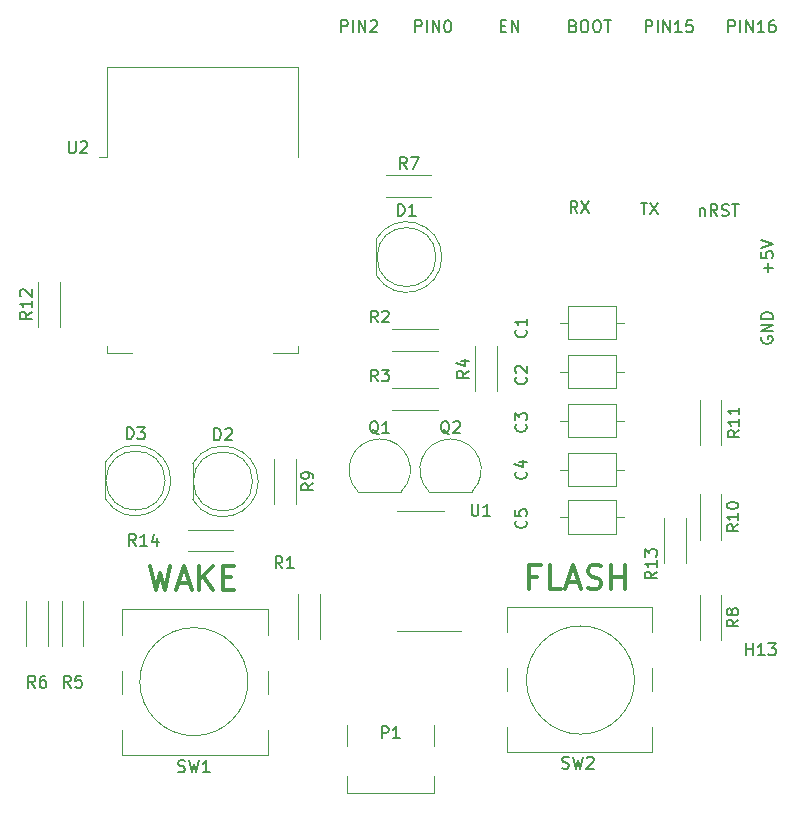
<source format=gbr>
%TF.GenerationSoftware,KiCad,Pcbnew,7.0.9*%
%TF.CreationDate,2024-01-07T11:38:48+01:00*%
%TF.ProjectId,esp32_programmer,65737033-325f-4707-926f-6772616d6d65,rev?*%
%TF.SameCoordinates,Original*%
%TF.FileFunction,Legend,Top*%
%TF.FilePolarity,Positive*%
%FSLAX46Y46*%
G04 Gerber Fmt 4.6, Leading zero omitted, Abs format (unit mm)*
G04 Created by KiCad (PCBNEW 7.0.9) date 2024-01-07 11:38:48*
%MOMM*%
%LPD*%
G01*
G04 APERTURE LIST*
%ADD10C,0.300000*%
%ADD11C,0.150000*%
%ADD12C,0.120000*%
G04 APERTURE END LIST*
D10*
X101547355Y-129157897D02*
X102023545Y-131157897D01*
X102023545Y-131157897D02*
X102404498Y-129729325D01*
X102404498Y-129729325D02*
X102785450Y-131157897D01*
X102785450Y-131157897D02*
X103261641Y-129157897D01*
X103928307Y-130586468D02*
X104880688Y-130586468D01*
X103737831Y-131157897D02*
X104404497Y-129157897D01*
X104404497Y-129157897D02*
X105071164Y-131157897D01*
X105737831Y-131157897D02*
X105737831Y-129157897D01*
X106880688Y-131157897D02*
X106023545Y-130015039D01*
X106880688Y-129157897D02*
X105737831Y-130300754D01*
X107737831Y-130110278D02*
X108404498Y-130110278D01*
X108690212Y-131157897D02*
X107737831Y-131157897D01*
X107737831Y-131157897D02*
X107737831Y-129157897D01*
X107737831Y-129157897D02*
X108690212Y-129157897D01*
X134340225Y-130055519D02*
X133673558Y-130055519D01*
X133673558Y-131103138D02*
X133673558Y-129103138D01*
X133673558Y-129103138D02*
X134625939Y-129103138D01*
X136340225Y-131103138D02*
X135387844Y-131103138D01*
X135387844Y-131103138D02*
X135387844Y-129103138D01*
X136911654Y-130531709D02*
X137864035Y-130531709D01*
X136721178Y-131103138D02*
X137387844Y-129103138D01*
X137387844Y-129103138D02*
X138054511Y-131103138D01*
X138625940Y-131007900D02*
X138911654Y-131103138D01*
X138911654Y-131103138D02*
X139387845Y-131103138D01*
X139387845Y-131103138D02*
X139578321Y-131007900D01*
X139578321Y-131007900D02*
X139673559Y-130912661D01*
X139673559Y-130912661D02*
X139768797Y-130722185D01*
X139768797Y-130722185D02*
X139768797Y-130531709D01*
X139768797Y-130531709D02*
X139673559Y-130341233D01*
X139673559Y-130341233D02*
X139578321Y-130245995D01*
X139578321Y-130245995D02*
X139387845Y-130150757D01*
X139387845Y-130150757D02*
X139006892Y-130055519D01*
X139006892Y-130055519D02*
X138816416Y-129960280D01*
X138816416Y-129960280D02*
X138721178Y-129865042D01*
X138721178Y-129865042D02*
X138625940Y-129674566D01*
X138625940Y-129674566D02*
X138625940Y-129484090D01*
X138625940Y-129484090D02*
X138721178Y-129293614D01*
X138721178Y-129293614D02*
X138816416Y-129198376D01*
X138816416Y-129198376D02*
X139006892Y-129103138D01*
X139006892Y-129103138D02*
X139483083Y-129103138D01*
X139483083Y-129103138D02*
X139768797Y-129198376D01*
X140625940Y-131103138D02*
X140625940Y-129103138D01*
X140625940Y-130055519D02*
X141768797Y-130055519D01*
X141768797Y-131103138D02*
X141768797Y-129103138D01*
D11*
X151374819Y-133706666D02*
X150898628Y-134039999D01*
X151374819Y-134278094D02*
X150374819Y-134278094D01*
X150374819Y-134278094D02*
X150374819Y-133897142D01*
X150374819Y-133897142D02*
X150422438Y-133801904D01*
X150422438Y-133801904D02*
X150470057Y-133754285D01*
X150470057Y-133754285D02*
X150565295Y-133706666D01*
X150565295Y-133706666D02*
X150708152Y-133706666D01*
X150708152Y-133706666D02*
X150803390Y-133754285D01*
X150803390Y-133754285D02*
X150851009Y-133801904D01*
X150851009Y-133801904D02*
X150898628Y-133897142D01*
X150898628Y-133897142D02*
X150898628Y-134278094D01*
X150803390Y-133135237D02*
X150755771Y-133230475D01*
X150755771Y-133230475D02*
X150708152Y-133278094D01*
X150708152Y-133278094D02*
X150612914Y-133325713D01*
X150612914Y-133325713D02*
X150565295Y-133325713D01*
X150565295Y-133325713D02*
X150470057Y-133278094D01*
X150470057Y-133278094D02*
X150422438Y-133230475D01*
X150422438Y-133230475D02*
X150374819Y-133135237D01*
X150374819Y-133135237D02*
X150374819Y-132944761D01*
X150374819Y-132944761D02*
X150422438Y-132849523D01*
X150422438Y-132849523D02*
X150470057Y-132801904D01*
X150470057Y-132801904D02*
X150565295Y-132754285D01*
X150565295Y-132754285D02*
X150612914Y-132754285D01*
X150612914Y-132754285D02*
X150708152Y-132801904D01*
X150708152Y-132801904D02*
X150755771Y-132849523D01*
X150755771Y-132849523D02*
X150803390Y-132944761D01*
X150803390Y-132944761D02*
X150803390Y-133135237D01*
X150803390Y-133135237D02*
X150851009Y-133230475D01*
X150851009Y-133230475D02*
X150898628Y-133278094D01*
X150898628Y-133278094D02*
X150993866Y-133325713D01*
X150993866Y-133325713D02*
X151184342Y-133325713D01*
X151184342Y-133325713D02*
X151279580Y-133278094D01*
X151279580Y-133278094D02*
X151327200Y-133230475D01*
X151327200Y-133230475D02*
X151374819Y-133135237D01*
X151374819Y-133135237D02*
X151374819Y-132944761D01*
X151374819Y-132944761D02*
X151327200Y-132849523D01*
X151327200Y-132849523D02*
X151279580Y-132801904D01*
X151279580Y-132801904D02*
X151184342Y-132754285D01*
X151184342Y-132754285D02*
X150993866Y-132754285D01*
X150993866Y-132754285D02*
X150898628Y-132801904D01*
X150898628Y-132801904D02*
X150851009Y-132849523D01*
X150851009Y-132849523D02*
X150803390Y-132944761D01*
X133359580Y-117166666D02*
X133407200Y-117214285D01*
X133407200Y-117214285D02*
X133454819Y-117357142D01*
X133454819Y-117357142D02*
X133454819Y-117452380D01*
X133454819Y-117452380D02*
X133407200Y-117595237D01*
X133407200Y-117595237D02*
X133311961Y-117690475D01*
X133311961Y-117690475D02*
X133216723Y-117738094D01*
X133216723Y-117738094D02*
X133026247Y-117785713D01*
X133026247Y-117785713D02*
X132883390Y-117785713D01*
X132883390Y-117785713D02*
X132692914Y-117738094D01*
X132692914Y-117738094D02*
X132597676Y-117690475D01*
X132597676Y-117690475D02*
X132502438Y-117595237D01*
X132502438Y-117595237D02*
X132454819Y-117452380D01*
X132454819Y-117452380D02*
X132454819Y-117357142D01*
X132454819Y-117357142D02*
X132502438Y-117214285D01*
X132502438Y-117214285D02*
X132550057Y-117166666D01*
X132454819Y-116833332D02*
X132454819Y-116214285D01*
X132454819Y-116214285D02*
X132835771Y-116547618D01*
X132835771Y-116547618D02*
X132835771Y-116404761D01*
X132835771Y-116404761D02*
X132883390Y-116309523D01*
X132883390Y-116309523D02*
X132931009Y-116261904D01*
X132931009Y-116261904D02*
X133026247Y-116214285D01*
X133026247Y-116214285D02*
X133264342Y-116214285D01*
X133264342Y-116214285D02*
X133359580Y-116261904D01*
X133359580Y-116261904D02*
X133407200Y-116309523D01*
X133407200Y-116309523D02*
X133454819Y-116404761D01*
X133454819Y-116404761D02*
X133454819Y-116690475D01*
X133454819Y-116690475D02*
X133407200Y-116785713D01*
X133407200Y-116785713D02*
X133359580Y-116833332D01*
X124000000Y-83954819D02*
X124000000Y-82954819D01*
X124000000Y-82954819D02*
X124380952Y-82954819D01*
X124380952Y-82954819D02*
X124476190Y-83002438D01*
X124476190Y-83002438D02*
X124523809Y-83050057D01*
X124523809Y-83050057D02*
X124571428Y-83145295D01*
X124571428Y-83145295D02*
X124571428Y-83288152D01*
X124571428Y-83288152D02*
X124523809Y-83383390D01*
X124523809Y-83383390D02*
X124476190Y-83431009D01*
X124476190Y-83431009D02*
X124380952Y-83478628D01*
X124380952Y-83478628D02*
X124000000Y-83478628D01*
X125000000Y-83954819D02*
X125000000Y-82954819D01*
X125476190Y-83954819D02*
X125476190Y-82954819D01*
X125476190Y-82954819D02*
X126047618Y-83954819D01*
X126047618Y-83954819D02*
X126047618Y-82954819D01*
X126714285Y-82954819D02*
X126809523Y-82954819D01*
X126809523Y-82954819D02*
X126904761Y-83002438D01*
X126904761Y-83002438D02*
X126952380Y-83050057D01*
X126952380Y-83050057D02*
X126999999Y-83145295D01*
X126999999Y-83145295D02*
X127047618Y-83335771D01*
X127047618Y-83335771D02*
X127047618Y-83573866D01*
X127047618Y-83573866D02*
X126999999Y-83764342D01*
X126999999Y-83764342D02*
X126952380Y-83859580D01*
X126952380Y-83859580D02*
X126904761Y-83907200D01*
X126904761Y-83907200D02*
X126809523Y-83954819D01*
X126809523Y-83954819D02*
X126714285Y-83954819D01*
X126714285Y-83954819D02*
X126619047Y-83907200D01*
X126619047Y-83907200D02*
X126571428Y-83859580D01*
X126571428Y-83859580D02*
X126523809Y-83764342D01*
X126523809Y-83764342D02*
X126476190Y-83573866D01*
X126476190Y-83573866D02*
X126476190Y-83335771D01*
X126476190Y-83335771D02*
X126523809Y-83145295D01*
X126523809Y-83145295D02*
X126571428Y-83050057D01*
X126571428Y-83050057D02*
X126619047Y-83002438D01*
X126619047Y-83002438D02*
X126714285Y-82954819D01*
X123293333Y-95534819D02*
X122960000Y-95058628D01*
X122721905Y-95534819D02*
X122721905Y-94534819D01*
X122721905Y-94534819D02*
X123102857Y-94534819D01*
X123102857Y-94534819D02*
X123198095Y-94582438D01*
X123198095Y-94582438D02*
X123245714Y-94630057D01*
X123245714Y-94630057D02*
X123293333Y-94725295D01*
X123293333Y-94725295D02*
X123293333Y-94868152D01*
X123293333Y-94868152D02*
X123245714Y-94963390D01*
X123245714Y-94963390D02*
X123198095Y-95011009D01*
X123198095Y-95011009D02*
X123102857Y-95058628D01*
X123102857Y-95058628D02*
X122721905Y-95058628D01*
X123626667Y-94534819D02*
X124293333Y-94534819D01*
X124293333Y-94534819D02*
X123864762Y-95534819D01*
X120833333Y-113534819D02*
X120500000Y-113058628D01*
X120261905Y-113534819D02*
X120261905Y-112534819D01*
X120261905Y-112534819D02*
X120642857Y-112534819D01*
X120642857Y-112534819D02*
X120738095Y-112582438D01*
X120738095Y-112582438D02*
X120785714Y-112630057D01*
X120785714Y-112630057D02*
X120833333Y-112725295D01*
X120833333Y-112725295D02*
X120833333Y-112868152D01*
X120833333Y-112868152D02*
X120785714Y-112963390D01*
X120785714Y-112963390D02*
X120738095Y-113011009D01*
X120738095Y-113011009D02*
X120642857Y-113058628D01*
X120642857Y-113058628D02*
X120261905Y-113058628D01*
X121166667Y-112534819D02*
X121785714Y-112534819D01*
X121785714Y-112534819D02*
X121452381Y-112915771D01*
X121452381Y-112915771D02*
X121595238Y-112915771D01*
X121595238Y-112915771D02*
X121690476Y-112963390D01*
X121690476Y-112963390D02*
X121738095Y-113011009D01*
X121738095Y-113011009D02*
X121785714Y-113106247D01*
X121785714Y-113106247D02*
X121785714Y-113344342D01*
X121785714Y-113344342D02*
X121738095Y-113439580D01*
X121738095Y-113439580D02*
X121690476Y-113487200D01*
X121690476Y-113487200D02*
X121595238Y-113534819D01*
X121595238Y-113534819D02*
X121309524Y-113534819D01*
X121309524Y-113534819D02*
X121214286Y-113487200D01*
X121214286Y-113487200D02*
X121166667Y-113439580D01*
X128778095Y-123914819D02*
X128778095Y-124724342D01*
X128778095Y-124724342D02*
X128825714Y-124819580D01*
X128825714Y-124819580D02*
X128873333Y-124867200D01*
X128873333Y-124867200D02*
X128968571Y-124914819D01*
X128968571Y-124914819D02*
X129159047Y-124914819D01*
X129159047Y-124914819D02*
X129254285Y-124867200D01*
X129254285Y-124867200D02*
X129301904Y-124819580D01*
X129301904Y-124819580D02*
X129349523Y-124724342D01*
X129349523Y-124724342D02*
X129349523Y-123914819D01*
X130349523Y-124914819D02*
X129778095Y-124914819D01*
X130063809Y-124914819D02*
X130063809Y-123914819D01*
X130063809Y-123914819D02*
X129968571Y-124057676D01*
X129968571Y-124057676D02*
X129873333Y-124152914D01*
X129873333Y-124152914D02*
X129778095Y-124200533D01*
X133359580Y-125316666D02*
X133407200Y-125364285D01*
X133407200Y-125364285D02*
X133454819Y-125507142D01*
X133454819Y-125507142D02*
X133454819Y-125602380D01*
X133454819Y-125602380D02*
X133407200Y-125745237D01*
X133407200Y-125745237D02*
X133311961Y-125840475D01*
X133311961Y-125840475D02*
X133216723Y-125888094D01*
X133216723Y-125888094D02*
X133026247Y-125935713D01*
X133026247Y-125935713D02*
X132883390Y-125935713D01*
X132883390Y-125935713D02*
X132692914Y-125888094D01*
X132692914Y-125888094D02*
X132597676Y-125840475D01*
X132597676Y-125840475D02*
X132502438Y-125745237D01*
X132502438Y-125745237D02*
X132454819Y-125602380D01*
X132454819Y-125602380D02*
X132454819Y-125507142D01*
X132454819Y-125507142D02*
X132502438Y-125364285D01*
X132502438Y-125364285D02*
X132550057Y-125316666D01*
X132454819Y-124411904D02*
X132454819Y-124888094D01*
X132454819Y-124888094D02*
X132931009Y-124935713D01*
X132931009Y-124935713D02*
X132883390Y-124888094D01*
X132883390Y-124888094D02*
X132835771Y-124792856D01*
X132835771Y-124792856D02*
X132835771Y-124554761D01*
X132835771Y-124554761D02*
X132883390Y-124459523D01*
X132883390Y-124459523D02*
X132931009Y-124411904D01*
X132931009Y-124411904D02*
X133026247Y-124364285D01*
X133026247Y-124364285D02*
X133264342Y-124364285D01*
X133264342Y-124364285D02*
X133359580Y-124411904D01*
X133359580Y-124411904D02*
X133407200Y-124459523D01*
X133407200Y-124459523D02*
X133454819Y-124554761D01*
X133454819Y-124554761D02*
X133454819Y-124792856D01*
X133454819Y-124792856D02*
X133407200Y-124888094D01*
X133407200Y-124888094D02*
X133359580Y-124935713D01*
X112762789Y-129350783D02*
X112429456Y-128874592D01*
X112191361Y-129350783D02*
X112191361Y-128350783D01*
X112191361Y-128350783D02*
X112572313Y-128350783D01*
X112572313Y-128350783D02*
X112667551Y-128398402D01*
X112667551Y-128398402D02*
X112715170Y-128446021D01*
X112715170Y-128446021D02*
X112762789Y-128541259D01*
X112762789Y-128541259D02*
X112762789Y-128684116D01*
X112762789Y-128684116D02*
X112715170Y-128779354D01*
X112715170Y-128779354D02*
X112667551Y-128826973D01*
X112667551Y-128826973D02*
X112572313Y-128874592D01*
X112572313Y-128874592D02*
X112191361Y-128874592D01*
X113715170Y-129350783D02*
X113143742Y-129350783D01*
X113429456Y-129350783D02*
X113429456Y-128350783D01*
X113429456Y-128350783D02*
X113334218Y-128493640D01*
X113334218Y-128493640D02*
X113238980Y-128588878D01*
X113238980Y-128588878D02*
X113143742Y-128636497D01*
X117750000Y-83954819D02*
X117750000Y-82954819D01*
X117750000Y-82954819D02*
X118130952Y-82954819D01*
X118130952Y-82954819D02*
X118226190Y-83002438D01*
X118226190Y-83002438D02*
X118273809Y-83050057D01*
X118273809Y-83050057D02*
X118321428Y-83145295D01*
X118321428Y-83145295D02*
X118321428Y-83288152D01*
X118321428Y-83288152D02*
X118273809Y-83383390D01*
X118273809Y-83383390D02*
X118226190Y-83431009D01*
X118226190Y-83431009D02*
X118130952Y-83478628D01*
X118130952Y-83478628D02*
X117750000Y-83478628D01*
X118750000Y-83954819D02*
X118750000Y-82954819D01*
X119226190Y-83954819D02*
X119226190Y-82954819D01*
X119226190Y-82954819D02*
X119797618Y-83954819D01*
X119797618Y-83954819D02*
X119797618Y-82954819D01*
X120226190Y-83050057D02*
X120273809Y-83002438D01*
X120273809Y-83002438D02*
X120369047Y-82954819D01*
X120369047Y-82954819D02*
X120607142Y-82954819D01*
X120607142Y-82954819D02*
X120702380Y-83002438D01*
X120702380Y-83002438D02*
X120749999Y-83050057D01*
X120749999Y-83050057D02*
X120797618Y-83145295D01*
X120797618Y-83145295D02*
X120797618Y-83240533D01*
X120797618Y-83240533D02*
X120749999Y-83383390D01*
X120749999Y-83383390D02*
X120178571Y-83954819D01*
X120178571Y-83954819D02*
X120797618Y-83954819D01*
X136447465Y-146255918D02*
X136590322Y-146303537D01*
X136590322Y-146303537D02*
X136828417Y-146303537D01*
X136828417Y-146303537D02*
X136923655Y-146255918D01*
X136923655Y-146255918D02*
X136971274Y-146208298D01*
X136971274Y-146208298D02*
X137018893Y-146113060D01*
X137018893Y-146113060D02*
X137018893Y-146017822D01*
X137018893Y-146017822D02*
X136971274Y-145922584D01*
X136971274Y-145922584D02*
X136923655Y-145874965D01*
X136923655Y-145874965D02*
X136828417Y-145827346D01*
X136828417Y-145827346D02*
X136637941Y-145779727D01*
X136637941Y-145779727D02*
X136542703Y-145732108D01*
X136542703Y-145732108D02*
X136495084Y-145684489D01*
X136495084Y-145684489D02*
X136447465Y-145589251D01*
X136447465Y-145589251D02*
X136447465Y-145494013D01*
X136447465Y-145494013D02*
X136495084Y-145398775D01*
X136495084Y-145398775D02*
X136542703Y-145351156D01*
X136542703Y-145351156D02*
X136637941Y-145303537D01*
X136637941Y-145303537D02*
X136876036Y-145303537D01*
X136876036Y-145303537D02*
X137018893Y-145351156D01*
X137352227Y-145303537D02*
X137590322Y-146303537D01*
X137590322Y-146303537D02*
X137780798Y-145589251D01*
X137780798Y-145589251D02*
X137971274Y-146303537D01*
X137971274Y-146303537D02*
X138209370Y-145303537D01*
X138542703Y-145398775D02*
X138590322Y-145351156D01*
X138590322Y-145351156D02*
X138685560Y-145303537D01*
X138685560Y-145303537D02*
X138923655Y-145303537D01*
X138923655Y-145303537D02*
X139018893Y-145351156D01*
X139018893Y-145351156D02*
X139066512Y-145398775D01*
X139066512Y-145398775D02*
X139114131Y-145494013D01*
X139114131Y-145494013D02*
X139114131Y-145589251D01*
X139114131Y-145589251D02*
X139066512Y-145732108D01*
X139066512Y-145732108D02*
X138495084Y-146303537D01*
X138495084Y-146303537D02*
X139114131Y-146303537D01*
X91833333Y-139454819D02*
X91500000Y-138978628D01*
X91261905Y-139454819D02*
X91261905Y-138454819D01*
X91261905Y-138454819D02*
X91642857Y-138454819D01*
X91642857Y-138454819D02*
X91738095Y-138502438D01*
X91738095Y-138502438D02*
X91785714Y-138550057D01*
X91785714Y-138550057D02*
X91833333Y-138645295D01*
X91833333Y-138645295D02*
X91833333Y-138788152D01*
X91833333Y-138788152D02*
X91785714Y-138883390D01*
X91785714Y-138883390D02*
X91738095Y-138931009D01*
X91738095Y-138931009D02*
X91642857Y-138978628D01*
X91642857Y-138978628D02*
X91261905Y-138978628D01*
X92690476Y-138454819D02*
X92500000Y-138454819D01*
X92500000Y-138454819D02*
X92404762Y-138502438D01*
X92404762Y-138502438D02*
X92357143Y-138550057D01*
X92357143Y-138550057D02*
X92261905Y-138692914D01*
X92261905Y-138692914D02*
X92214286Y-138883390D01*
X92214286Y-138883390D02*
X92214286Y-139264342D01*
X92214286Y-139264342D02*
X92261905Y-139359580D01*
X92261905Y-139359580D02*
X92309524Y-139407200D01*
X92309524Y-139407200D02*
X92404762Y-139454819D01*
X92404762Y-139454819D02*
X92595238Y-139454819D01*
X92595238Y-139454819D02*
X92690476Y-139407200D01*
X92690476Y-139407200D02*
X92738095Y-139359580D01*
X92738095Y-139359580D02*
X92785714Y-139264342D01*
X92785714Y-139264342D02*
X92785714Y-139026247D01*
X92785714Y-139026247D02*
X92738095Y-138931009D01*
X92738095Y-138931009D02*
X92690476Y-138883390D01*
X92690476Y-138883390D02*
X92595238Y-138835771D01*
X92595238Y-138835771D02*
X92404762Y-138835771D01*
X92404762Y-138835771D02*
X92309524Y-138883390D01*
X92309524Y-138883390D02*
X92261905Y-138931009D01*
X92261905Y-138931009D02*
X92214286Y-139026247D01*
X106991905Y-118494819D02*
X106991905Y-117494819D01*
X106991905Y-117494819D02*
X107230000Y-117494819D01*
X107230000Y-117494819D02*
X107372857Y-117542438D01*
X107372857Y-117542438D02*
X107468095Y-117637676D01*
X107468095Y-117637676D02*
X107515714Y-117732914D01*
X107515714Y-117732914D02*
X107563333Y-117923390D01*
X107563333Y-117923390D02*
X107563333Y-118066247D01*
X107563333Y-118066247D02*
X107515714Y-118256723D01*
X107515714Y-118256723D02*
X107468095Y-118351961D01*
X107468095Y-118351961D02*
X107372857Y-118447200D01*
X107372857Y-118447200D02*
X107230000Y-118494819D01*
X107230000Y-118494819D02*
X106991905Y-118494819D01*
X107944286Y-117590057D02*
X107991905Y-117542438D01*
X107991905Y-117542438D02*
X108087143Y-117494819D01*
X108087143Y-117494819D02*
X108325238Y-117494819D01*
X108325238Y-117494819D02*
X108420476Y-117542438D01*
X108420476Y-117542438D02*
X108468095Y-117590057D01*
X108468095Y-117590057D02*
X108515714Y-117685295D01*
X108515714Y-117685295D02*
X108515714Y-117780533D01*
X108515714Y-117780533D02*
X108468095Y-117923390D01*
X108468095Y-117923390D02*
X107896667Y-118494819D01*
X107896667Y-118494819D02*
X108515714Y-118494819D01*
X99591905Y-118414819D02*
X99591905Y-117414819D01*
X99591905Y-117414819D02*
X99830000Y-117414819D01*
X99830000Y-117414819D02*
X99972857Y-117462438D01*
X99972857Y-117462438D02*
X100068095Y-117557676D01*
X100068095Y-117557676D02*
X100115714Y-117652914D01*
X100115714Y-117652914D02*
X100163333Y-117843390D01*
X100163333Y-117843390D02*
X100163333Y-117986247D01*
X100163333Y-117986247D02*
X100115714Y-118176723D01*
X100115714Y-118176723D02*
X100068095Y-118271961D01*
X100068095Y-118271961D02*
X99972857Y-118367200D01*
X99972857Y-118367200D02*
X99830000Y-118414819D01*
X99830000Y-118414819D02*
X99591905Y-118414819D01*
X100496667Y-117414819D02*
X101115714Y-117414819D01*
X101115714Y-117414819D02*
X100782381Y-117795771D01*
X100782381Y-117795771D02*
X100925238Y-117795771D01*
X100925238Y-117795771D02*
X101020476Y-117843390D01*
X101020476Y-117843390D02*
X101068095Y-117891009D01*
X101068095Y-117891009D02*
X101115714Y-117986247D01*
X101115714Y-117986247D02*
X101115714Y-118224342D01*
X101115714Y-118224342D02*
X101068095Y-118319580D01*
X101068095Y-118319580D02*
X101020476Y-118367200D01*
X101020476Y-118367200D02*
X100925238Y-118414819D01*
X100925238Y-118414819D02*
X100639524Y-118414819D01*
X100639524Y-118414819D02*
X100544286Y-118367200D01*
X100544286Y-118367200D02*
X100496667Y-118319580D01*
X151374819Y-125642857D02*
X150898628Y-125976190D01*
X151374819Y-126214285D02*
X150374819Y-126214285D01*
X150374819Y-126214285D02*
X150374819Y-125833333D01*
X150374819Y-125833333D02*
X150422438Y-125738095D01*
X150422438Y-125738095D02*
X150470057Y-125690476D01*
X150470057Y-125690476D02*
X150565295Y-125642857D01*
X150565295Y-125642857D02*
X150708152Y-125642857D01*
X150708152Y-125642857D02*
X150803390Y-125690476D01*
X150803390Y-125690476D02*
X150851009Y-125738095D01*
X150851009Y-125738095D02*
X150898628Y-125833333D01*
X150898628Y-125833333D02*
X150898628Y-126214285D01*
X151374819Y-124690476D02*
X151374819Y-125261904D01*
X151374819Y-124976190D02*
X150374819Y-124976190D01*
X150374819Y-124976190D02*
X150517676Y-125071428D01*
X150517676Y-125071428D02*
X150612914Y-125166666D01*
X150612914Y-125166666D02*
X150660533Y-125261904D01*
X150374819Y-124071428D02*
X150374819Y-123976190D01*
X150374819Y-123976190D02*
X150422438Y-123880952D01*
X150422438Y-123880952D02*
X150470057Y-123833333D01*
X150470057Y-123833333D02*
X150565295Y-123785714D01*
X150565295Y-123785714D02*
X150755771Y-123738095D01*
X150755771Y-123738095D02*
X150993866Y-123738095D01*
X150993866Y-123738095D02*
X151184342Y-123785714D01*
X151184342Y-123785714D02*
X151279580Y-123833333D01*
X151279580Y-123833333D02*
X151327200Y-123880952D01*
X151327200Y-123880952D02*
X151374819Y-123976190D01*
X151374819Y-123976190D02*
X151374819Y-124071428D01*
X151374819Y-124071428D02*
X151327200Y-124166666D01*
X151327200Y-124166666D02*
X151279580Y-124214285D01*
X151279580Y-124214285D02*
X151184342Y-124261904D01*
X151184342Y-124261904D02*
X150993866Y-124309523D01*
X150993866Y-124309523D02*
X150755771Y-124309523D01*
X150755771Y-124309523D02*
X150565295Y-124261904D01*
X150565295Y-124261904D02*
X150470057Y-124214285D01*
X150470057Y-124214285D02*
X150422438Y-124166666D01*
X150422438Y-124166666D02*
X150374819Y-124071428D01*
X122531905Y-99494819D02*
X122531905Y-98494819D01*
X122531905Y-98494819D02*
X122770000Y-98494819D01*
X122770000Y-98494819D02*
X122912857Y-98542438D01*
X122912857Y-98542438D02*
X123008095Y-98637676D01*
X123008095Y-98637676D02*
X123055714Y-98732914D01*
X123055714Y-98732914D02*
X123103333Y-98923390D01*
X123103333Y-98923390D02*
X123103333Y-99066247D01*
X123103333Y-99066247D02*
X123055714Y-99256723D01*
X123055714Y-99256723D02*
X123008095Y-99351961D01*
X123008095Y-99351961D02*
X122912857Y-99447200D01*
X122912857Y-99447200D02*
X122770000Y-99494819D01*
X122770000Y-99494819D02*
X122531905Y-99494819D01*
X124055714Y-99494819D02*
X123484286Y-99494819D01*
X123770000Y-99494819D02*
X123770000Y-98494819D01*
X123770000Y-98494819D02*
X123674762Y-98637676D01*
X123674762Y-98637676D02*
X123579524Y-98732914D01*
X123579524Y-98732914D02*
X123484286Y-98780533D01*
X150523810Y-83954819D02*
X150523810Y-82954819D01*
X150523810Y-82954819D02*
X150904762Y-82954819D01*
X150904762Y-82954819D02*
X151000000Y-83002438D01*
X151000000Y-83002438D02*
X151047619Y-83050057D01*
X151047619Y-83050057D02*
X151095238Y-83145295D01*
X151095238Y-83145295D02*
X151095238Y-83288152D01*
X151095238Y-83288152D02*
X151047619Y-83383390D01*
X151047619Y-83383390D02*
X151000000Y-83431009D01*
X151000000Y-83431009D02*
X150904762Y-83478628D01*
X150904762Y-83478628D02*
X150523810Y-83478628D01*
X151523810Y-83954819D02*
X151523810Y-82954819D01*
X152000000Y-83954819D02*
X152000000Y-82954819D01*
X152000000Y-82954819D02*
X152571428Y-83954819D01*
X152571428Y-83954819D02*
X152571428Y-82954819D01*
X153571428Y-83954819D02*
X153000000Y-83954819D01*
X153285714Y-83954819D02*
X153285714Y-82954819D01*
X153285714Y-82954819D02*
X153190476Y-83097676D01*
X153190476Y-83097676D02*
X153095238Y-83192914D01*
X153095238Y-83192914D02*
X153000000Y-83240533D01*
X154428571Y-82954819D02*
X154238095Y-82954819D01*
X154238095Y-82954819D02*
X154142857Y-83002438D01*
X154142857Y-83002438D02*
X154095238Y-83050057D01*
X154095238Y-83050057D02*
X154000000Y-83192914D01*
X154000000Y-83192914D02*
X153952381Y-83383390D01*
X153952381Y-83383390D02*
X153952381Y-83764342D01*
X153952381Y-83764342D02*
X154000000Y-83859580D01*
X154000000Y-83859580D02*
X154047619Y-83907200D01*
X154047619Y-83907200D02*
X154142857Y-83954819D01*
X154142857Y-83954819D02*
X154333333Y-83954819D01*
X154333333Y-83954819D02*
X154428571Y-83907200D01*
X154428571Y-83907200D02*
X154476190Y-83859580D01*
X154476190Y-83859580D02*
X154523809Y-83764342D01*
X154523809Y-83764342D02*
X154523809Y-83526247D01*
X154523809Y-83526247D02*
X154476190Y-83431009D01*
X154476190Y-83431009D02*
X154428571Y-83383390D01*
X154428571Y-83383390D02*
X154333333Y-83335771D01*
X154333333Y-83335771D02*
X154142857Y-83335771D01*
X154142857Y-83335771D02*
X154047619Y-83383390D01*
X154047619Y-83383390D02*
X154000000Y-83431009D01*
X154000000Y-83431009D02*
X153952381Y-83526247D01*
X103938685Y-146556751D02*
X104081542Y-146604370D01*
X104081542Y-146604370D02*
X104319637Y-146604370D01*
X104319637Y-146604370D02*
X104414875Y-146556751D01*
X104414875Y-146556751D02*
X104462494Y-146509131D01*
X104462494Y-146509131D02*
X104510113Y-146413893D01*
X104510113Y-146413893D02*
X104510113Y-146318655D01*
X104510113Y-146318655D02*
X104462494Y-146223417D01*
X104462494Y-146223417D02*
X104414875Y-146175798D01*
X104414875Y-146175798D02*
X104319637Y-146128179D01*
X104319637Y-146128179D02*
X104129161Y-146080560D01*
X104129161Y-146080560D02*
X104033923Y-146032941D01*
X104033923Y-146032941D02*
X103986304Y-145985322D01*
X103986304Y-145985322D02*
X103938685Y-145890084D01*
X103938685Y-145890084D02*
X103938685Y-145794846D01*
X103938685Y-145794846D02*
X103986304Y-145699608D01*
X103986304Y-145699608D02*
X104033923Y-145651989D01*
X104033923Y-145651989D02*
X104129161Y-145604370D01*
X104129161Y-145604370D02*
X104367256Y-145604370D01*
X104367256Y-145604370D02*
X104510113Y-145651989D01*
X104843447Y-145604370D02*
X105081542Y-146604370D01*
X105081542Y-146604370D02*
X105272018Y-145890084D01*
X105272018Y-145890084D02*
X105462494Y-146604370D01*
X105462494Y-146604370D02*
X105700590Y-145604370D01*
X106605351Y-146604370D02*
X106033923Y-146604370D01*
X106319637Y-146604370D02*
X106319637Y-145604370D01*
X106319637Y-145604370D02*
X106224399Y-145747227D01*
X106224399Y-145747227D02*
X106129161Y-145842465D01*
X106129161Y-145842465D02*
X106033923Y-145890084D01*
X94678095Y-93194819D02*
X94678095Y-94004342D01*
X94678095Y-94004342D02*
X94725714Y-94099580D01*
X94725714Y-94099580D02*
X94773333Y-94147200D01*
X94773333Y-94147200D02*
X94868571Y-94194819D01*
X94868571Y-94194819D02*
X95059047Y-94194819D01*
X95059047Y-94194819D02*
X95154285Y-94147200D01*
X95154285Y-94147200D02*
X95201904Y-94099580D01*
X95201904Y-94099580D02*
X95249523Y-94004342D01*
X95249523Y-94004342D02*
X95249523Y-93194819D01*
X95678095Y-93290057D02*
X95725714Y-93242438D01*
X95725714Y-93242438D02*
X95820952Y-93194819D01*
X95820952Y-93194819D02*
X96059047Y-93194819D01*
X96059047Y-93194819D02*
X96154285Y-93242438D01*
X96154285Y-93242438D02*
X96201904Y-93290057D01*
X96201904Y-93290057D02*
X96249523Y-93385295D01*
X96249523Y-93385295D02*
X96249523Y-93480533D01*
X96249523Y-93480533D02*
X96201904Y-93623390D01*
X96201904Y-93623390D02*
X95630476Y-94194819D01*
X95630476Y-94194819D02*
X96249523Y-94194819D01*
X143523810Y-83954819D02*
X143523810Y-82954819D01*
X143523810Y-82954819D02*
X143904762Y-82954819D01*
X143904762Y-82954819D02*
X144000000Y-83002438D01*
X144000000Y-83002438D02*
X144047619Y-83050057D01*
X144047619Y-83050057D02*
X144095238Y-83145295D01*
X144095238Y-83145295D02*
X144095238Y-83288152D01*
X144095238Y-83288152D02*
X144047619Y-83383390D01*
X144047619Y-83383390D02*
X144000000Y-83431009D01*
X144000000Y-83431009D02*
X143904762Y-83478628D01*
X143904762Y-83478628D02*
X143523810Y-83478628D01*
X144523810Y-83954819D02*
X144523810Y-82954819D01*
X145000000Y-83954819D02*
X145000000Y-82954819D01*
X145000000Y-82954819D02*
X145571428Y-83954819D01*
X145571428Y-83954819D02*
X145571428Y-82954819D01*
X146571428Y-83954819D02*
X146000000Y-83954819D01*
X146285714Y-83954819D02*
X146285714Y-82954819D01*
X146285714Y-82954819D02*
X146190476Y-83097676D01*
X146190476Y-83097676D02*
X146095238Y-83192914D01*
X146095238Y-83192914D02*
X146000000Y-83240533D01*
X147476190Y-82954819D02*
X147000000Y-82954819D01*
X147000000Y-82954819D02*
X146952381Y-83431009D01*
X146952381Y-83431009D02*
X147000000Y-83383390D01*
X147000000Y-83383390D02*
X147095238Y-83335771D01*
X147095238Y-83335771D02*
X147333333Y-83335771D01*
X147333333Y-83335771D02*
X147428571Y-83383390D01*
X147428571Y-83383390D02*
X147476190Y-83431009D01*
X147476190Y-83431009D02*
X147523809Y-83526247D01*
X147523809Y-83526247D02*
X147523809Y-83764342D01*
X147523809Y-83764342D02*
X147476190Y-83859580D01*
X147476190Y-83859580D02*
X147428571Y-83907200D01*
X147428571Y-83907200D02*
X147333333Y-83954819D01*
X147333333Y-83954819D02*
X147095238Y-83954819D01*
X147095238Y-83954819D02*
X147000000Y-83907200D01*
X147000000Y-83907200D02*
X146952381Y-83859580D01*
X153335712Y-109761904D02*
X153288093Y-109857142D01*
X153288093Y-109857142D02*
X153288093Y-109999999D01*
X153288093Y-109999999D02*
X153335712Y-110142856D01*
X153335712Y-110142856D02*
X153430950Y-110238094D01*
X153430950Y-110238094D02*
X153526188Y-110285713D01*
X153526188Y-110285713D02*
X153716664Y-110333332D01*
X153716664Y-110333332D02*
X153859521Y-110333332D01*
X153859521Y-110333332D02*
X154049997Y-110285713D01*
X154049997Y-110285713D02*
X154145235Y-110238094D01*
X154145235Y-110238094D02*
X154240474Y-110142856D01*
X154240474Y-110142856D02*
X154288093Y-109999999D01*
X154288093Y-109999999D02*
X154288093Y-109904761D01*
X154288093Y-109904761D02*
X154240474Y-109761904D01*
X154240474Y-109761904D02*
X154192854Y-109714285D01*
X154192854Y-109714285D02*
X153859521Y-109714285D01*
X153859521Y-109714285D02*
X153859521Y-109904761D01*
X154288093Y-109285713D02*
X153288093Y-109285713D01*
X153288093Y-109285713D02*
X154288093Y-108714285D01*
X154288093Y-108714285D02*
X153288093Y-108714285D01*
X154288093Y-108238094D02*
X153288093Y-108238094D01*
X153288093Y-108238094D02*
X153288093Y-107999999D01*
X153288093Y-107999999D02*
X153335712Y-107857142D01*
X153335712Y-107857142D02*
X153430950Y-107761904D01*
X153430950Y-107761904D02*
X153526188Y-107714285D01*
X153526188Y-107714285D02*
X153716664Y-107666666D01*
X153716664Y-107666666D02*
X153859521Y-107666666D01*
X153859521Y-107666666D02*
X154049997Y-107714285D01*
X154049997Y-107714285D02*
X154145235Y-107761904D01*
X154145235Y-107761904D02*
X154240474Y-107857142D01*
X154240474Y-107857142D02*
X154288093Y-107999999D01*
X154288093Y-107999999D02*
X154288093Y-108238094D01*
X153907140Y-104285713D02*
X153907140Y-103523809D01*
X154288093Y-103904761D02*
X153526188Y-103904761D01*
X153288093Y-102571428D02*
X153288093Y-103047618D01*
X153288093Y-103047618D02*
X153764283Y-103095237D01*
X153764283Y-103095237D02*
X153716664Y-103047618D01*
X153716664Y-103047618D02*
X153669045Y-102952380D01*
X153669045Y-102952380D02*
X153669045Y-102714285D01*
X153669045Y-102714285D02*
X153716664Y-102619047D01*
X153716664Y-102619047D02*
X153764283Y-102571428D01*
X153764283Y-102571428D02*
X153859521Y-102523809D01*
X153859521Y-102523809D02*
X154097616Y-102523809D01*
X154097616Y-102523809D02*
X154192854Y-102571428D01*
X154192854Y-102571428D02*
X154240474Y-102619047D01*
X154240474Y-102619047D02*
X154288093Y-102714285D01*
X154288093Y-102714285D02*
X154288093Y-102952380D01*
X154288093Y-102952380D02*
X154240474Y-103047618D01*
X154240474Y-103047618D02*
X154192854Y-103095237D01*
X153288093Y-102238094D02*
X154288093Y-101904761D01*
X154288093Y-101904761D02*
X153288093Y-101571428D01*
X94833333Y-139454819D02*
X94500000Y-138978628D01*
X94261905Y-139454819D02*
X94261905Y-138454819D01*
X94261905Y-138454819D02*
X94642857Y-138454819D01*
X94642857Y-138454819D02*
X94738095Y-138502438D01*
X94738095Y-138502438D02*
X94785714Y-138550057D01*
X94785714Y-138550057D02*
X94833333Y-138645295D01*
X94833333Y-138645295D02*
X94833333Y-138788152D01*
X94833333Y-138788152D02*
X94785714Y-138883390D01*
X94785714Y-138883390D02*
X94738095Y-138931009D01*
X94738095Y-138931009D02*
X94642857Y-138978628D01*
X94642857Y-138978628D02*
X94261905Y-138978628D01*
X95738095Y-138454819D02*
X95261905Y-138454819D01*
X95261905Y-138454819D02*
X95214286Y-138931009D01*
X95214286Y-138931009D02*
X95261905Y-138883390D01*
X95261905Y-138883390D02*
X95357143Y-138835771D01*
X95357143Y-138835771D02*
X95595238Y-138835771D01*
X95595238Y-138835771D02*
X95690476Y-138883390D01*
X95690476Y-138883390D02*
X95738095Y-138931009D01*
X95738095Y-138931009D02*
X95785714Y-139026247D01*
X95785714Y-139026247D02*
X95785714Y-139264342D01*
X95785714Y-139264342D02*
X95738095Y-139359580D01*
X95738095Y-139359580D02*
X95690476Y-139407200D01*
X95690476Y-139407200D02*
X95595238Y-139454819D01*
X95595238Y-139454819D02*
X95357143Y-139454819D01*
X95357143Y-139454819D02*
X95261905Y-139407200D01*
X95261905Y-139407200D02*
X95214286Y-139359580D01*
X143100014Y-98388323D02*
X143671442Y-98388323D01*
X143385728Y-99388323D02*
X143385728Y-98388323D01*
X143909538Y-98388323D02*
X144576204Y-99388323D01*
X144576204Y-98388323D02*
X143909538Y-99388323D01*
X151454819Y-117642857D02*
X150978628Y-117976190D01*
X151454819Y-118214285D02*
X150454819Y-118214285D01*
X150454819Y-118214285D02*
X150454819Y-117833333D01*
X150454819Y-117833333D02*
X150502438Y-117738095D01*
X150502438Y-117738095D02*
X150550057Y-117690476D01*
X150550057Y-117690476D02*
X150645295Y-117642857D01*
X150645295Y-117642857D02*
X150788152Y-117642857D01*
X150788152Y-117642857D02*
X150883390Y-117690476D01*
X150883390Y-117690476D02*
X150931009Y-117738095D01*
X150931009Y-117738095D02*
X150978628Y-117833333D01*
X150978628Y-117833333D02*
X150978628Y-118214285D01*
X151454819Y-116690476D02*
X151454819Y-117261904D01*
X151454819Y-116976190D02*
X150454819Y-116976190D01*
X150454819Y-116976190D02*
X150597676Y-117071428D01*
X150597676Y-117071428D02*
X150692914Y-117166666D01*
X150692914Y-117166666D02*
X150740533Y-117261904D01*
X151454819Y-115738095D02*
X151454819Y-116309523D01*
X151454819Y-116023809D02*
X150454819Y-116023809D01*
X150454819Y-116023809D02*
X150597676Y-116119047D01*
X150597676Y-116119047D02*
X150692914Y-116214285D01*
X150692914Y-116214285D02*
X150740533Y-116309523D01*
X133359580Y-113166666D02*
X133407200Y-113214285D01*
X133407200Y-113214285D02*
X133454819Y-113357142D01*
X133454819Y-113357142D02*
X133454819Y-113452380D01*
X133454819Y-113452380D02*
X133407200Y-113595237D01*
X133407200Y-113595237D02*
X133311961Y-113690475D01*
X133311961Y-113690475D02*
X133216723Y-113738094D01*
X133216723Y-113738094D02*
X133026247Y-113785713D01*
X133026247Y-113785713D02*
X132883390Y-113785713D01*
X132883390Y-113785713D02*
X132692914Y-113738094D01*
X132692914Y-113738094D02*
X132597676Y-113690475D01*
X132597676Y-113690475D02*
X132502438Y-113595237D01*
X132502438Y-113595237D02*
X132454819Y-113452380D01*
X132454819Y-113452380D02*
X132454819Y-113357142D01*
X132454819Y-113357142D02*
X132502438Y-113214285D01*
X132502438Y-113214285D02*
X132550057Y-113166666D01*
X132550057Y-112785713D02*
X132502438Y-112738094D01*
X132502438Y-112738094D02*
X132454819Y-112642856D01*
X132454819Y-112642856D02*
X132454819Y-112404761D01*
X132454819Y-112404761D02*
X132502438Y-112309523D01*
X132502438Y-112309523D02*
X132550057Y-112261904D01*
X132550057Y-112261904D02*
X132645295Y-112214285D01*
X132645295Y-112214285D02*
X132740533Y-112214285D01*
X132740533Y-112214285D02*
X132883390Y-112261904D01*
X132883390Y-112261904D02*
X133454819Y-112833332D01*
X133454819Y-112833332D02*
X133454819Y-112214285D01*
X133359580Y-109166666D02*
X133407200Y-109214285D01*
X133407200Y-109214285D02*
X133454819Y-109357142D01*
X133454819Y-109357142D02*
X133454819Y-109452380D01*
X133454819Y-109452380D02*
X133407200Y-109595237D01*
X133407200Y-109595237D02*
X133311961Y-109690475D01*
X133311961Y-109690475D02*
X133216723Y-109738094D01*
X133216723Y-109738094D02*
X133026247Y-109785713D01*
X133026247Y-109785713D02*
X132883390Y-109785713D01*
X132883390Y-109785713D02*
X132692914Y-109738094D01*
X132692914Y-109738094D02*
X132597676Y-109690475D01*
X132597676Y-109690475D02*
X132502438Y-109595237D01*
X132502438Y-109595237D02*
X132454819Y-109452380D01*
X132454819Y-109452380D02*
X132454819Y-109357142D01*
X132454819Y-109357142D02*
X132502438Y-109214285D01*
X132502438Y-109214285D02*
X132550057Y-109166666D01*
X133454819Y-108214285D02*
X133454819Y-108785713D01*
X133454819Y-108499999D02*
X132454819Y-108499999D01*
X132454819Y-108499999D02*
X132597676Y-108595237D01*
X132597676Y-108595237D02*
X132692914Y-108690475D01*
X132692914Y-108690475D02*
X132740533Y-108785713D01*
X133359580Y-121166666D02*
X133407200Y-121214285D01*
X133407200Y-121214285D02*
X133454819Y-121357142D01*
X133454819Y-121357142D02*
X133454819Y-121452380D01*
X133454819Y-121452380D02*
X133407200Y-121595237D01*
X133407200Y-121595237D02*
X133311961Y-121690475D01*
X133311961Y-121690475D02*
X133216723Y-121738094D01*
X133216723Y-121738094D02*
X133026247Y-121785713D01*
X133026247Y-121785713D02*
X132883390Y-121785713D01*
X132883390Y-121785713D02*
X132692914Y-121738094D01*
X132692914Y-121738094D02*
X132597676Y-121690475D01*
X132597676Y-121690475D02*
X132502438Y-121595237D01*
X132502438Y-121595237D02*
X132454819Y-121452380D01*
X132454819Y-121452380D02*
X132454819Y-121357142D01*
X132454819Y-121357142D02*
X132502438Y-121214285D01*
X132502438Y-121214285D02*
X132550057Y-121166666D01*
X132788152Y-120309523D02*
X133454819Y-120309523D01*
X132407200Y-120547618D02*
X133121485Y-120785713D01*
X133121485Y-120785713D02*
X133121485Y-120166666D01*
X152011905Y-136704819D02*
X152011905Y-135704819D01*
X152011905Y-136181009D02*
X152583333Y-136181009D01*
X152583333Y-136704819D02*
X152583333Y-135704819D01*
X153583333Y-136704819D02*
X153011905Y-136704819D01*
X153297619Y-136704819D02*
X153297619Y-135704819D01*
X153297619Y-135704819D02*
X153202381Y-135847676D01*
X153202381Y-135847676D02*
X153107143Y-135942914D01*
X153107143Y-135942914D02*
X153011905Y-135990533D01*
X153916667Y-135704819D02*
X154535714Y-135704819D01*
X154535714Y-135704819D02*
X154202381Y-136085771D01*
X154202381Y-136085771D02*
X154345238Y-136085771D01*
X154345238Y-136085771D02*
X154440476Y-136133390D01*
X154440476Y-136133390D02*
X154488095Y-136181009D01*
X154488095Y-136181009D02*
X154535714Y-136276247D01*
X154535714Y-136276247D02*
X154535714Y-136514342D01*
X154535714Y-136514342D02*
X154488095Y-136609580D01*
X154488095Y-136609580D02*
X154440476Y-136657200D01*
X154440476Y-136657200D02*
X154345238Y-136704819D01*
X154345238Y-136704819D02*
X154059524Y-136704819D01*
X154059524Y-136704819D02*
X153964286Y-136657200D01*
X153964286Y-136657200D02*
X153916667Y-136609580D01*
X144454819Y-129642857D02*
X143978628Y-129976190D01*
X144454819Y-130214285D02*
X143454819Y-130214285D01*
X143454819Y-130214285D02*
X143454819Y-129833333D01*
X143454819Y-129833333D02*
X143502438Y-129738095D01*
X143502438Y-129738095D02*
X143550057Y-129690476D01*
X143550057Y-129690476D02*
X143645295Y-129642857D01*
X143645295Y-129642857D02*
X143788152Y-129642857D01*
X143788152Y-129642857D02*
X143883390Y-129690476D01*
X143883390Y-129690476D02*
X143931009Y-129738095D01*
X143931009Y-129738095D02*
X143978628Y-129833333D01*
X143978628Y-129833333D02*
X143978628Y-130214285D01*
X144454819Y-128690476D02*
X144454819Y-129261904D01*
X144454819Y-128976190D02*
X143454819Y-128976190D01*
X143454819Y-128976190D02*
X143597676Y-129071428D01*
X143597676Y-129071428D02*
X143692914Y-129166666D01*
X143692914Y-129166666D02*
X143740533Y-129261904D01*
X143454819Y-128357142D02*
X143454819Y-127738095D01*
X143454819Y-127738095D02*
X143835771Y-128071428D01*
X143835771Y-128071428D02*
X143835771Y-127928571D01*
X143835771Y-127928571D02*
X143883390Y-127833333D01*
X143883390Y-127833333D02*
X143931009Y-127785714D01*
X143931009Y-127785714D02*
X144026247Y-127738095D01*
X144026247Y-127738095D02*
X144264342Y-127738095D01*
X144264342Y-127738095D02*
X144359580Y-127785714D01*
X144359580Y-127785714D02*
X144407200Y-127833333D01*
X144407200Y-127833333D02*
X144454819Y-127928571D01*
X144454819Y-127928571D02*
X144454819Y-128214285D01*
X144454819Y-128214285D02*
X144407200Y-128309523D01*
X144407200Y-128309523D02*
X144359580Y-128357142D01*
X137392857Y-83431009D02*
X137535714Y-83478628D01*
X137535714Y-83478628D02*
X137583333Y-83526247D01*
X137583333Y-83526247D02*
X137630952Y-83621485D01*
X137630952Y-83621485D02*
X137630952Y-83764342D01*
X137630952Y-83764342D02*
X137583333Y-83859580D01*
X137583333Y-83859580D02*
X137535714Y-83907200D01*
X137535714Y-83907200D02*
X137440476Y-83954819D01*
X137440476Y-83954819D02*
X137059524Y-83954819D01*
X137059524Y-83954819D02*
X137059524Y-82954819D01*
X137059524Y-82954819D02*
X137392857Y-82954819D01*
X137392857Y-82954819D02*
X137488095Y-83002438D01*
X137488095Y-83002438D02*
X137535714Y-83050057D01*
X137535714Y-83050057D02*
X137583333Y-83145295D01*
X137583333Y-83145295D02*
X137583333Y-83240533D01*
X137583333Y-83240533D02*
X137535714Y-83335771D01*
X137535714Y-83335771D02*
X137488095Y-83383390D01*
X137488095Y-83383390D02*
X137392857Y-83431009D01*
X137392857Y-83431009D02*
X137059524Y-83431009D01*
X138250000Y-82954819D02*
X138440476Y-82954819D01*
X138440476Y-82954819D02*
X138535714Y-83002438D01*
X138535714Y-83002438D02*
X138630952Y-83097676D01*
X138630952Y-83097676D02*
X138678571Y-83288152D01*
X138678571Y-83288152D02*
X138678571Y-83621485D01*
X138678571Y-83621485D02*
X138630952Y-83811961D01*
X138630952Y-83811961D02*
X138535714Y-83907200D01*
X138535714Y-83907200D02*
X138440476Y-83954819D01*
X138440476Y-83954819D02*
X138250000Y-83954819D01*
X138250000Y-83954819D02*
X138154762Y-83907200D01*
X138154762Y-83907200D02*
X138059524Y-83811961D01*
X138059524Y-83811961D02*
X138011905Y-83621485D01*
X138011905Y-83621485D02*
X138011905Y-83288152D01*
X138011905Y-83288152D02*
X138059524Y-83097676D01*
X138059524Y-83097676D02*
X138154762Y-83002438D01*
X138154762Y-83002438D02*
X138250000Y-82954819D01*
X139297619Y-82954819D02*
X139488095Y-82954819D01*
X139488095Y-82954819D02*
X139583333Y-83002438D01*
X139583333Y-83002438D02*
X139678571Y-83097676D01*
X139678571Y-83097676D02*
X139726190Y-83288152D01*
X139726190Y-83288152D02*
X139726190Y-83621485D01*
X139726190Y-83621485D02*
X139678571Y-83811961D01*
X139678571Y-83811961D02*
X139583333Y-83907200D01*
X139583333Y-83907200D02*
X139488095Y-83954819D01*
X139488095Y-83954819D02*
X139297619Y-83954819D01*
X139297619Y-83954819D02*
X139202381Y-83907200D01*
X139202381Y-83907200D02*
X139107143Y-83811961D01*
X139107143Y-83811961D02*
X139059524Y-83621485D01*
X139059524Y-83621485D02*
X139059524Y-83288152D01*
X139059524Y-83288152D02*
X139107143Y-83097676D01*
X139107143Y-83097676D02*
X139202381Y-83002438D01*
X139202381Y-83002438D02*
X139297619Y-82954819D01*
X140011905Y-82954819D02*
X140583333Y-82954819D01*
X140297619Y-83954819D02*
X140297619Y-82954819D01*
X137745124Y-99256098D02*
X137411791Y-98779907D01*
X137173696Y-99256098D02*
X137173696Y-98256098D01*
X137173696Y-98256098D02*
X137554648Y-98256098D01*
X137554648Y-98256098D02*
X137649886Y-98303717D01*
X137649886Y-98303717D02*
X137697505Y-98351336D01*
X137697505Y-98351336D02*
X137745124Y-98446574D01*
X137745124Y-98446574D02*
X137745124Y-98589431D01*
X137745124Y-98589431D02*
X137697505Y-98684669D01*
X137697505Y-98684669D02*
X137649886Y-98732288D01*
X137649886Y-98732288D02*
X137554648Y-98779907D01*
X137554648Y-98779907D02*
X137173696Y-98779907D01*
X138078458Y-98256098D02*
X138745124Y-99256098D01*
X138745124Y-98256098D02*
X138078458Y-99256098D01*
X126904761Y-117990057D02*
X126809523Y-117942438D01*
X126809523Y-117942438D02*
X126714285Y-117847200D01*
X126714285Y-117847200D02*
X126571428Y-117704342D01*
X126571428Y-117704342D02*
X126476190Y-117656723D01*
X126476190Y-117656723D02*
X126380952Y-117656723D01*
X126428571Y-117894819D02*
X126333333Y-117847200D01*
X126333333Y-117847200D02*
X126238095Y-117751961D01*
X126238095Y-117751961D02*
X126190476Y-117561485D01*
X126190476Y-117561485D02*
X126190476Y-117228152D01*
X126190476Y-117228152D02*
X126238095Y-117037676D01*
X126238095Y-117037676D02*
X126333333Y-116942438D01*
X126333333Y-116942438D02*
X126428571Y-116894819D01*
X126428571Y-116894819D02*
X126619047Y-116894819D01*
X126619047Y-116894819D02*
X126714285Y-116942438D01*
X126714285Y-116942438D02*
X126809523Y-117037676D01*
X126809523Y-117037676D02*
X126857142Y-117228152D01*
X126857142Y-117228152D02*
X126857142Y-117561485D01*
X126857142Y-117561485D02*
X126809523Y-117751961D01*
X126809523Y-117751961D02*
X126714285Y-117847200D01*
X126714285Y-117847200D02*
X126619047Y-117894819D01*
X126619047Y-117894819D02*
X126428571Y-117894819D01*
X127238095Y-116990057D02*
X127285714Y-116942438D01*
X127285714Y-116942438D02*
X127380952Y-116894819D01*
X127380952Y-116894819D02*
X127619047Y-116894819D01*
X127619047Y-116894819D02*
X127714285Y-116942438D01*
X127714285Y-116942438D02*
X127761904Y-116990057D01*
X127761904Y-116990057D02*
X127809523Y-117085295D01*
X127809523Y-117085295D02*
X127809523Y-117180533D01*
X127809523Y-117180533D02*
X127761904Y-117323390D01*
X127761904Y-117323390D02*
X127190476Y-117894819D01*
X127190476Y-117894819D02*
X127809523Y-117894819D01*
X120904761Y-117990057D02*
X120809523Y-117942438D01*
X120809523Y-117942438D02*
X120714285Y-117847200D01*
X120714285Y-117847200D02*
X120571428Y-117704342D01*
X120571428Y-117704342D02*
X120476190Y-117656723D01*
X120476190Y-117656723D02*
X120380952Y-117656723D01*
X120428571Y-117894819D02*
X120333333Y-117847200D01*
X120333333Y-117847200D02*
X120238095Y-117751961D01*
X120238095Y-117751961D02*
X120190476Y-117561485D01*
X120190476Y-117561485D02*
X120190476Y-117228152D01*
X120190476Y-117228152D02*
X120238095Y-117037676D01*
X120238095Y-117037676D02*
X120333333Y-116942438D01*
X120333333Y-116942438D02*
X120428571Y-116894819D01*
X120428571Y-116894819D02*
X120619047Y-116894819D01*
X120619047Y-116894819D02*
X120714285Y-116942438D01*
X120714285Y-116942438D02*
X120809523Y-117037676D01*
X120809523Y-117037676D02*
X120857142Y-117228152D01*
X120857142Y-117228152D02*
X120857142Y-117561485D01*
X120857142Y-117561485D02*
X120809523Y-117751961D01*
X120809523Y-117751961D02*
X120714285Y-117847200D01*
X120714285Y-117847200D02*
X120619047Y-117894819D01*
X120619047Y-117894819D02*
X120428571Y-117894819D01*
X121809523Y-117894819D02*
X121238095Y-117894819D01*
X121523809Y-117894819D02*
X121523809Y-116894819D01*
X121523809Y-116894819D02*
X121428571Y-117037676D01*
X121428571Y-117037676D02*
X121333333Y-117132914D01*
X121333333Y-117132914D02*
X121238095Y-117180533D01*
X100357142Y-127454819D02*
X100023809Y-126978628D01*
X99785714Y-127454819D02*
X99785714Y-126454819D01*
X99785714Y-126454819D02*
X100166666Y-126454819D01*
X100166666Y-126454819D02*
X100261904Y-126502438D01*
X100261904Y-126502438D02*
X100309523Y-126550057D01*
X100309523Y-126550057D02*
X100357142Y-126645295D01*
X100357142Y-126645295D02*
X100357142Y-126788152D01*
X100357142Y-126788152D02*
X100309523Y-126883390D01*
X100309523Y-126883390D02*
X100261904Y-126931009D01*
X100261904Y-126931009D02*
X100166666Y-126978628D01*
X100166666Y-126978628D02*
X99785714Y-126978628D01*
X101309523Y-127454819D02*
X100738095Y-127454819D01*
X101023809Y-127454819D02*
X101023809Y-126454819D01*
X101023809Y-126454819D02*
X100928571Y-126597676D01*
X100928571Y-126597676D02*
X100833333Y-126692914D01*
X100833333Y-126692914D02*
X100738095Y-126740533D01*
X102166666Y-126788152D02*
X102166666Y-127454819D01*
X101928571Y-126407200D02*
X101690476Y-127121485D01*
X101690476Y-127121485D02*
X102309523Y-127121485D01*
X120833333Y-108534819D02*
X120500000Y-108058628D01*
X120261905Y-108534819D02*
X120261905Y-107534819D01*
X120261905Y-107534819D02*
X120642857Y-107534819D01*
X120642857Y-107534819D02*
X120738095Y-107582438D01*
X120738095Y-107582438D02*
X120785714Y-107630057D01*
X120785714Y-107630057D02*
X120833333Y-107725295D01*
X120833333Y-107725295D02*
X120833333Y-107868152D01*
X120833333Y-107868152D02*
X120785714Y-107963390D01*
X120785714Y-107963390D02*
X120738095Y-108011009D01*
X120738095Y-108011009D02*
X120642857Y-108058628D01*
X120642857Y-108058628D02*
X120261905Y-108058628D01*
X121214286Y-107630057D02*
X121261905Y-107582438D01*
X121261905Y-107582438D02*
X121357143Y-107534819D01*
X121357143Y-107534819D02*
X121595238Y-107534819D01*
X121595238Y-107534819D02*
X121690476Y-107582438D01*
X121690476Y-107582438D02*
X121738095Y-107630057D01*
X121738095Y-107630057D02*
X121785714Y-107725295D01*
X121785714Y-107725295D02*
X121785714Y-107820533D01*
X121785714Y-107820533D02*
X121738095Y-107963390D01*
X121738095Y-107963390D02*
X121166667Y-108534819D01*
X121166667Y-108534819D02*
X121785714Y-108534819D01*
X115374819Y-122166666D02*
X114898628Y-122499999D01*
X115374819Y-122738094D02*
X114374819Y-122738094D01*
X114374819Y-122738094D02*
X114374819Y-122357142D01*
X114374819Y-122357142D02*
X114422438Y-122261904D01*
X114422438Y-122261904D02*
X114470057Y-122214285D01*
X114470057Y-122214285D02*
X114565295Y-122166666D01*
X114565295Y-122166666D02*
X114708152Y-122166666D01*
X114708152Y-122166666D02*
X114803390Y-122214285D01*
X114803390Y-122214285D02*
X114851009Y-122261904D01*
X114851009Y-122261904D02*
X114898628Y-122357142D01*
X114898628Y-122357142D02*
X114898628Y-122738094D01*
X115374819Y-121690475D02*
X115374819Y-121499999D01*
X115374819Y-121499999D02*
X115327200Y-121404761D01*
X115327200Y-121404761D02*
X115279580Y-121357142D01*
X115279580Y-121357142D02*
X115136723Y-121261904D01*
X115136723Y-121261904D02*
X114946247Y-121214285D01*
X114946247Y-121214285D02*
X114565295Y-121214285D01*
X114565295Y-121214285D02*
X114470057Y-121261904D01*
X114470057Y-121261904D02*
X114422438Y-121309523D01*
X114422438Y-121309523D02*
X114374819Y-121404761D01*
X114374819Y-121404761D02*
X114374819Y-121595237D01*
X114374819Y-121595237D02*
X114422438Y-121690475D01*
X114422438Y-121690475D02*
X114470057Y-121738094D01*
X114470057Y-121738094D02*
X114565295Y-121785713D01*
X114565295Y-121785713D02*
X114803390Y-121785713D01*
X114803390Y-121785713D02*
X114898628Y-121738094D01*
X114898628Y-121738094D02*
X114946247Y-121690475D01*
X114946247Y-121690475D02*
X114993866Y-121595237D01*
X114993866Y-121595237D02*
X114993866Y-121404761D01*
X114993866Y-121404761D02*
X114946247Y-121309523D01*
X114946247Y-121309523D02*
X114898628Y-121261904D01*
X114898628Y-121261904D02*
X114803390Y-121214285D01*
X91534819Y-107642857D02*
X91058628Y-107976190D01*
X91534819Y-108214285D02*
X90534819Y-108214285D01*
X90534819Y-108214285D02*
X90534819Y-107833333D01*
X90534819Y-107833333D02*
X90582438Y-107738095D01*
X90582438Y-107738095D02*
X90630057Y-107690476D01*
X90630057Y-107690476D02*
X90725295Y-107642857D01*
X90725295Y-107642857D02*
X90868152Y-107642857D01*
X90868152Y-107642857D02*
X90963390Y-107690476D01*
X90963390Y-107690476D02*
X91011009Y-107738095D01*
X91011009Y-107738095D02*
X91058628Y-107833333D01*
X91058628Y-107833333D02*
X91058628Y-108214285D01*
X91534819Y-106690476D02*
X91534819Y-107261904D01*
X91534819Y-106976190D02*
X90534819Y-106976190D01*
X90534819Y-106976190D02*
X90677676Y-107071428D01*
X90677676Y-107071428D02*
X90772914Y-107166666D01*
X90772914Y-107166666D02*
X90820533Y-107261904D01*
X90630057Y-106309523D02*
X90582438Y-106261904D01*
X90582438Y-106261904D02*
X90534819Y-106166666D01*
X90534819Y-106166666D02*
X90534819Y-105928571D01*
X90534819Y-105928571D02*
X90582438Y-105833333D01*
X90582438Y-105833333D02*
X90630057Y-105785714D01*
X90630057Y-105785714D02*
X90725295Y-105738095D01*
X90725295Y-105738095D02*
X90820533Y-105738095D01*
X90820533Y-105738095D02*
X90963390Y-105785714D01*
X90963390Y-105785714D02*
X91534819Y-106357142D01*
X91534819Y-106357142D02*
X91534819Y-105738095D01*
X148108393Y-98853881D02*
X148108393Y-99520548D01*
X148108393Y-98949119D02*
X148156012Y-98901500D01*
X148156012Y-98901500D02*
X148251250Y-98853881D01*
X148251250Y-98853881D02*
X148394107Y-98853881D01*
X148394107Y-98853881D02*
X148489345Y-98901500D01*
X148489345Y-98901500D02*
X148536964Y-98996738D01*
X148536964Y-98996738D02*
X148536964Y-99520548D01*
X149584583Y-99520548D02*
X149251250Y-99044357D01*
X149013155Y-99520548D02*
X149013155Y-98520548D01*
X149013155Y-98520548D02*
X149394107Y-98520548D01*
X149394107Y-98520548D02*
X149489345Y-98568167D01*
X149489345Y-98568167D02*
X149536964Y-98615786D01*
X149536964Y-98615786D02*
X149584583Y-98711024D01*
X149584583Y-98711024D02*
X149584583Y-98853881D01*
X149584583Y-98853881D02*
X149536964Y-98949119D01*
X149536964Y-98949119D02*
X149489345Y-98996738D01*
X149489345Y-98996738D02*
X149394107Y-99044357D01*
X149394107Y-99044357D02*
X149013155Y-99044357D01*
X149965536Y-99472929D02*
X150108393Y-99520548D01*
X150108393Y-99520548D02*
X150346488Y-99520548D01*
X150346488Y-99520548D02*
X150441726Y-99472929D01*
X150441726Y-99472929D02*
X150489345Y-99425309D01*
X150489345Y-99425309D02*
X150536964Y-99330071D01*
X150536964Y-99330071D02*
X150536964Y-99234833D01*
X150536964Y-99234833D02*
X150489345Y-99139595D01*
X150489345Y-99139595D02*
X150441726Y-99091976D01*
X150441726Y-99091976D02*
X150346488Y-99044357D01*
X150346488Y-99044357D02*
X150156012Y-98996738D01*
X150156012Y-98996738D02*
X150060774Y-98949119D01*
X150060774Y-98949119D02*
X150013155Y-98901500D01*
X150013155Y-98901500D02*
X149965536Y-98806262D01*
X149965536Y-98806262D02*
X149965536Y-98711024D01*
X149965536Y-98711024D02*
X150013155Y-98615786D01*
X150013155Y-98615786D02*
X150060774Y-98568167D01*
X150060774Y-98568167D02*
X150156012Y-98520548D01*
X150156012Y-98520548D02*
X150394107Y-98520548D01*
X150394107Y-98520548D02*
X150536964Y-98568167D01*
X150822679Y-98520548D02*
X151394107Y-98520548D01*
X151108393Y-99520548D02*
X151108393Y-98520548D01*
X128534819Y-112626666D02*
X128058628Y-112959999D01*
X128534819Y-113198094D02*
X127534819Y-113198094D01*
X127534819Y-113198094D02*
X127534819Y-112817142D01*
X127534819Y-112817142D02*
X127582438Y-112721904D01*
X127582438Y-112721904D02*
X127630057Y-112674285D01*
X127630057Y-112674285D02*
X127725295Y-112626666D01*
X127725295Y-112626666D02*
X127868152Y-112626666D01*
X127868152Y-112626666D02*
X127963390Y-112674285D01*
X127963390Y-112674285D02*
X128011009Y-112721904D01*
X128011009Y-112721904D02*
X128058628Y-112817142D01*
X128058628Y-112817142D02*
X128058628Y-113198094D01*
X127868152Y-111769523D02*
X128534819Y-111769523D01*
X127487200Y-112007618D02*
X128201485Y-112245713D01*
X128201485Y-112245713D02*
X128201485Y-111626666D01*
X131261905Y-83431009D02*
X131595238Y-83431009D01*
X131738095Y-83954819D02*
X131261905Y-83954819D01*
X131261905Y-83954819D02*
X131261905Y-82954819D01*
X131261905Y-82954819D02*
X131738095Y-82954819D01*
X132166667Y-83954819D02*
X132166667Y-82954819D01*
X132166667Y-82954819D02*
X132738095Y-83954819D01*
X132738095Y-83954819D02*
X132738095Y-82954819D01*
X121181905Y-143744819D02*
X121181905Y-142744819D01*
X121181905Y-142744819D02*
X121562857Y-142744819D01*
X121562857Y-142744819D02*
X121658095Y-142792438D01*
X121658095Y-142792438D02*
X121705714Y-142840057D01*
X121705714Y-142840057D02*
X121753333Y-142935295D01*
X121753333Y-142935295D02*
X121753333Y-143078152D01*
X121753333Y-143078152D02*
X121705714Y-143173390D01*
X121705714Y-143173390D02*
X121658095Y-143221009D01*
X121658095Y-143221009D02*
X121562857Y-143268628D01*
X121562857Y-143268628D02*
X121181905Y-143268628D01*
X122705714Y-143744819D02*
X122134286Y-143744819D01*
X122420000Y-143744819D02*
X122420000Y-142744819D01*
X122420000Y-142744819D02*
X122324762Y-142887676D01*
X122324762Y-142887676D02*
X122229524Y-142982914D01*
X122229524Y-142982914D02*
X122134286Y-143030533D01*
D12*
%TO.C,R8*%
X149920000Y-131620000D02*
X149920000Y-135460000D01*
X148080000Y-131620000D02*
X148080000Y-135460000D01*
%TO.C,C3*%
X136290000Y-116850000D02*
X136980000Y-116850000D01*
X136980000Y-115430000D02*
X136980000Y-118270000D01*
X136980000Y-118270000D02*
X141020000Y-118270000D01*
X141020000Y-115430000D02*
X136980000Y-115430000D01*
X141020000Y-118270000D02*
X141020000Y-115430000D01*
X141710000Y-116850000D02*
X141020000Y-116850000D01*
%TO.C,R7*%
X121540000Y-96080000D02*
X125380000Y-96080000D01*
X121540000Y-97920000D02*
X125380000Y-97920000D01*
%TO.C,R3*%
X122080000Y-114080000D02*
X125920000Y-114080000D01*
X122080000Y-115920000D02*
X125920000Y-115920000D01*
%TO.C,U1*%
X124460000Y-134631445D02*
X127910000Y-134631445D01*
X124460000Y-134631445D02*
X122510000Y-134631445D01*
X124460000Y-124511445D02*
X126410000Y-124511445D01*
X124460000Y-124511445D02*
X122510000Y-124511445D01*
%TO.C,C5*%
X141710000Y-125000000D02*
X141020000Y-125000000D01*
X141020000Y-126420000D02*
X141020000Y-123580000D01*
X141020000Y-123580000D02*
X136980000Y-123580000D01*
X136980000Y-126420000D02*
X141020000Y-126420000D01*
X136980000Y-123580000D02*
X136980000Y-126420000D01*
X136290000Y-125000000D02*
X136980000Y-125000000D01*
%TO.C,R1*%
X115945581Y-131531470D02*
X115945581Y-135371470D01*
X114105581Y-131531470D02*
X114105581Y-135371470D01*
%TO.C,SW2*%
X131752143Y-132620872D02*
X144052143Y-132620872D01*
X131752143Y-134740872D02*
X131752143Y-132620872D01*
X131752143Y-139740872D02*
X131752143Y-137800872D01*
X131752143Y-144920872D02*
X131752143Y-142800872D01*
X144052143Y-132620872D02*
X144052143Y-134740872D01*
X144052143Y-137800872D02*
X144052143Y-139740872D01*
X144052143Y-142800872D02*
X144052143Y-144920872D01*
X144052143Y-144920872D02*
X131752143Y-144920872D01*
X142581193Y-138810872D02*
G75*
G03*
X142581193Y-138810872I-4579050J0D01*
G01*
%TO.C,R6*%
X91080000Y-135920000D02*
X91080000Y-132080000D01*
X92920000Y-135920000D02*
X92920000Y-132080000D01*
%TO.C,D2*%
X105170000Y-120455000D02*
X105170000Y-123545000D01*
X110719999Y-122000462D02*
G75*
G03*
X105170001Y-120455170I-2989999J462D01*
G01*
X105170000Y-123544830D02*
G75*
G03*
X110720000Y-121999538I2560000J1544830D01*
G01*
X110230000Y-122000000D02*
G75*
G03*
X110230000Y-122000000I-2500000J0D01*
G01*
%TO.C,D3*%
X97770000Y-120375000D02*
X97770000Y-123465000D01*
X103319999Y-121920462D02*
G75*
G03*
X97770001Y-120375170I-2989999J462D01*
G01*
X97770000Y-123464830D02*
G75*
G03*
X103320000Y-121919538I2560000J1544830D01*
G01*
X102830000Y-121920000D02*
G75*
G03*
X102830000Y-121920000I-2500000J0D01*
G01*
%TO.C,R10*%
X149920000Y-123080000D02*
X149920000Y-126920000D01*
X148080000Y-123080000D02*
X148080000Y-126920000D01*
%TO.C,D1*%
X120710000Y-101455000D02*
X120710000Y-104545000D01*
X126259999Y-103000462D02*
G75*
G03*
X120710001Y-101455170I-2989999J462D01*
G01*
X120710000Y-104544830D02*
G75*
G03*
X126260000Y-102999538I2560000J1544830D01*
G01*
X125770000Y-103000000D02*
G75*
G03*
X125770000Y-103000000I-2500000J0D01*
G01*
%TO.C,SW1*%
X111522018Y-145139551D02*
X99222018Y-145139551D01*
X111522018Y-143019551D02*
X111522018Y-145139551D01*
X111522018Y-138019551D02*
X111522018Y-139959551D01*
X111522018Y-132839551D02*
X111522018Y-134959551D01*
X99222018Y-145139551D02*
X99222018Y-143019551D01*
X99222018Y-139959551D02*
X99222018Y-138019551D01*
X99222018Y-134959551D02*
X99222018Y-132839551D01*
X99222018Y-132839551D02*
X111522018Y-132839551D01*
X109851068Y-138949551D02*
G75*
G03*
X109851068Y-138949551I-4579050J0D01*
G01*
%TO.C,U2*%
X97880000Y-86880000D02*
X114120000Y-86880000D01*
X97880000Y-94500000D02*
X97270000Y-94500000D01*
X97880000Y-94500000D02*
X97880000Y-86880000D01*
X97880000Y-111120000D02*
X97880000Y-110500000D01*
X100000000Y-111120000D02*
X97880000Y-111120000D01*
X114120000Y-86880000D02*
X114120000Y-94500000D01*
X114120000Y-110500000D02*
X114120000Y-111120000D01*
X114120000Y-111120000D02*
X112000000Y-111120000D01*
%TO.C,R5*%
X95920000Y-132080000D02*
X95920000Y-135920000D01*
X94080000Y-132080000D02*
X94080000Y-135920000D01*
%TO.C,R11*%
X148080000Y-118920000D02*
X148080000Y-115080000D01*
X149920000Y-118920000D02*
X149920000Y-115080000D01*
%TO.C,C2*%
X136290000Y-112700000D02*
X136980000Y-112700000D01*
X136980000Y-111280000D02*
X136980000Y-114120000D01*
X136980000Y-114120000D02*
X141020000Y-114120000D01*
X141020000Y-111280000D02*
X136980000Y-111280000D01*
X141020000Y-114120000D02*
X141020000Y-111280000D01*
X141710000Y-112700000D02*
X141020000Y-112700000D01*
%TO.C,C1*%
X136290000Y-108550000D02*
X136980000Y-108550000D01*
X136980000Y-107130000D02*
X136980000Y-109970000D01*
X136980000Y-109970000D02*
X141020000Y-109970000D01*
X141020000Y-107130000D02*
X136980000Y-107130000D01*
X141020000Y-109970000D02*
X141020000Y-107130000D01*
X141710000Y-108550000D02*
X141020000Y-108550000D01*
%TO.C,C4*%
X136290000Y-121000000D02*
X136980000Y-121000000D01*
X136980000Y-119580000D02*
X136980000Y-122420000D01*
X136980000Y-122420000D02*
X141020000Y-122420000D01*
X141020000Y-119580000D02*
X136980000Y-119580000D01*
X141020000Y-122420000D02*
X141020000Y-119580000D01*
X141710000Y-121000000D02*
X141020000Y-121000000D01*
%TO.C,R13*%
X146920000Y-125080000D02*
X146920000Y-128920000D01*
X145080000Y-125080000D02*
X145080000Y-128920000D01*
%TO.C,Q2*%
X125200000Y-122850000D02*
X128800000Y-122850000D01*
X127000000Y-118400000D02*
G75*
G03*
X125161522Y-122838478I0J-2600000D01*
G01*
X128838478Y-122838478D02*
G75*
G03*
X127000000Y-118400000I-1838478J1838478D01*
G01*
%TO.C,Q1*%
X119200000Y-122850000D02*
X122800000Y-122850000D01*
X121000000Y-118400000D02*
G75*
G03*
X119161522Y-122838478I0J-2600000D01*
G01*
X122838478Y-122838478D02*
G75*
G03*
X121000000Y-118400000I-1838478J1838478D01*
G01*
%TO.C,R14*%
X108600000Y-127920000D02*
X104760000Y-127920000D01*
X108600000Y-126080000D02*
X104760000Y-126080000D01*
%TO.C,R2*%
X122080000Y-109080000D02*
X125920000Y-109080000D01*
X122080000Y-110920000D02*
X125920000Y-110920000D01*
%TO.C,R9*%
X113920000Y-120080000D02*
X113920000Y-123920000D01*
X112080000Y-120080000D02*
X112080000Y-123920000D01*
%TO.C,R12*%
X92080000Y-108920000D02*
X92080000Y-105080000D01*
X93920000Y-108920000D02*
X93920000Y-105080000D01*
%TO.C,R4*%
X129080000Y-114380000D02*
X129080000Y-110540000D01*
X130920000Y-114380000D02*
X130920000Y-110540000D01*
%TO.C,P1*%
X118220000Y-142620000D02*
X118220000Y-144420000D01*
X118220000Y-148370000D02*
X118220000Y-146910000D01*
X125620000Y-142620000D02*
X125620000Y-144420000D01*
X125620000Y-148370000D02*
X118220000Y-148370000D01*
X125620000Y-148370000D02*
X125620000Y-146910000D01*
%TD*%
M02*

</source>
